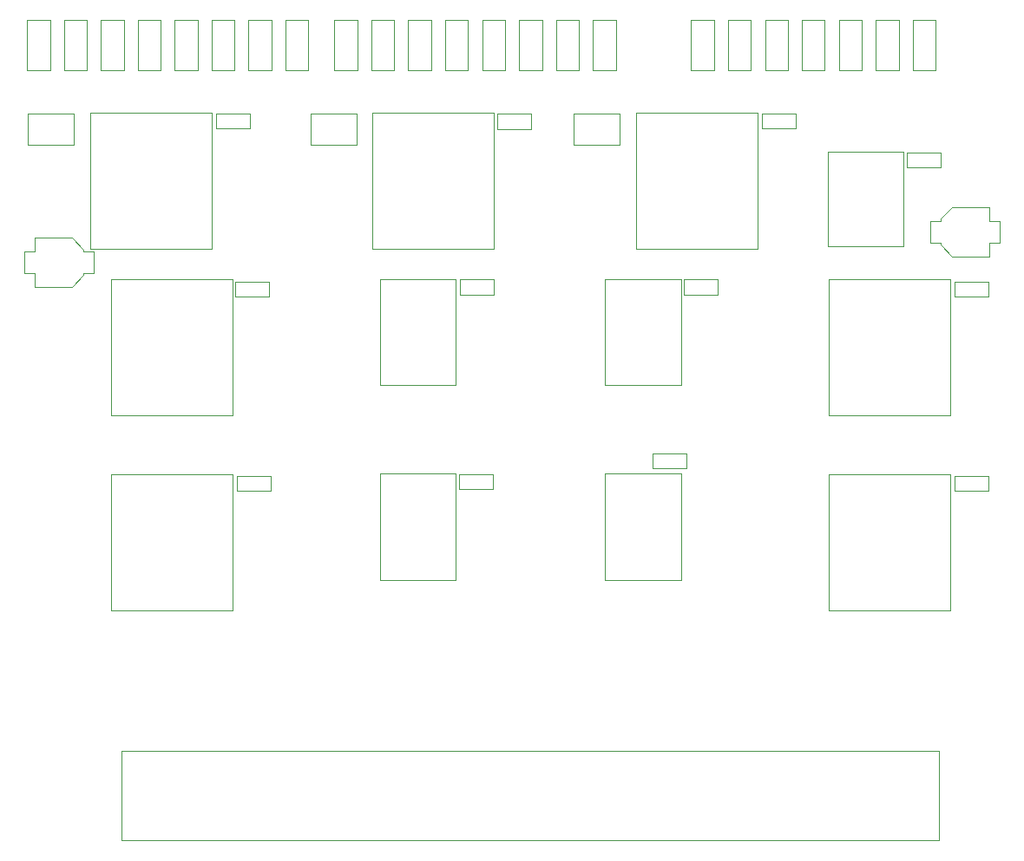
<source format=gbr>
G04 #@! TF.GenerationSoftware,KiCad,Pcbnew,(5.1.8)-1*
G04 #@! TF.CreationDate,2021-01-24T11:35:45-08:00*
G04 #@! TF.ProjectId,AddressRegisterModule,41646472-6573-4735-9265-676973746572,1.0*
G04 #@! TF.SameCoordinates,Original*
G04 #@! TF.FileFunction,Other,User*
%FSLAX46Y46*%
G04 Gerber Fmt 4.6, Leading zero omitted, Abs format (unit mm)*
G04 Created by KiCad (PCBNEW (5.1.8)-1) date 2021-01-24 11:35:45*
%MOMM*%
%LPD*%
G01*
G04 APERTURE LIST*
%ADD10C,0.050000*%
G04 APERTURE END LIST*
D10*
X137930000Y-85850000D02*
X126070000Y-85850000D01*
X137930000Y-99150000D02*
X137930000Y-85850000D01*
X126070000Y-99150000D02*
X137930000Y-99150000D01*
X126070000Y-85850000D02*
X126070000Y-99150000D01*
X196070000Y-66850000D02*
X196070000Y-80150000D01*
X196070000Y-80150000D02*
X207930000Y-80150000D01*
X207930000Y-80150000D02*
X207930000Y-66850000D01*
X207930000Y-66850000D02*
X196070000Y-66850000D01*
X159700000Y-66800000D02*
X152300000Y-66800000D01*
X159700000Y-77200000D02*
X159700000Y-66800000D01*
X152300000Y-77200000D02*
X159700000Y-77200000D01*
X152300000Y-66800000D02*
X152300000Y-77200000D01*
X128680000Y-46450000D02*
X128680000Y-41550000D01*
X130920000Y-46450000D02*
X128680000Y-46450000D01*
X130920000Y-41550000D02*
X130920000Y-46450000D01*
X128680000Y-41550000D02*
X130920000Y-41550000D01*
X178950000Y-83870000D02*
X182250000Y-83870000D01*
X178950000Y-85330000D02*
X178950000Y-83870000D01*
X182250000Y-85330000D02*
X178950000Y-85330000D01*
X182250000Y-83870000D02*
X182250000Y-85330000D01*
X185250000Y-66870000D02*
X185250000Y-68330000D01*
X185250000Y-68330000D02*
X181950000Y-68330000D01*
X181950000Y-68330000D02*
X181950000Y-66870000D01*
X181950000Y-66870000D02*
X185250000Y-66870000D01*
X160050000Y-85870000D02*
X163350000Y-85870000D01*
X160050000Y-87330000D02*
X160050000Y-85870000D01*
X163350000Y-87330000D02*
X160050000Y-87330000D01*
X163350000Y-85870000D02*
X163350000Y-87330000D01*
X163450000Y-66870000D02*
X163450000Y-68330000D01*
X163450000Y-68330000D02*
X160150000Y-68330000D01*
X160150000Y-68330000D02*
X160150000Y-66870000D01*
X160150000Y-66870000D02*
X163450000Y-66870000D01*
X208350000Y-67070000D02*
X211650000Y-67070000D01*
X208350000Y-68530000D02*
X208350000Y-67070000D01*
X211650000Y-68530000D02*
X208350000Y-68530000D01*
X211650000Y-67070000D02*
X211650000Y-68530000D01*
X208350000Y-86070000D02*
X211650000Y-86070000D01*
X208350000Y-87530000D02*
X208350000Y-86070000D01*
X211650000Y-87530000D02*
X208350000Y-87530000D01*
X211650000Y-86070000D02*
X211650000Y-87530000D01*
X141650000Y-86070000D02*
X141650000Y-87530000D01*
X141650000Y-87530000D02*
X138350000Y-87530000D01*
X138350000Y-87530000D02*
X138350000Y-86070000D01*
X138350000Y-86070000D02*
X141650000Y-86070000D01*
X138150000Y-67070000D02*
X141450000Y-67070000D01*
X138150000Y-68530000D02*
X138150000Y-67070000D01*
X141450000Y-68530000D02*
X138150000Y-68530000D01*
X141450000Y-67070000D02*
X141450000Y-68530000D01*
X167050000Y-50695000D02*
X167050000Y-52155000D01*
X167050000Y-52155000D02*
X163750000Y-52155000D01*
X163750000Y-52155000D02*
X163750000Y-50695000D01*
X163750000Y-50695000D02*
X167050000Y-50695000D01*
X139650000Y-50670000D02*
X139650000Y-52130000D01*
X139650000Y-52130000D02*
X136350000Y-52130000D01*
X136350000Y-52130000D02*
X136350000Y-50670000D01*
X136350000Y-50670000D02*
X139650000Y-50670000D01*
X192850000Y-50670000D02*
X192850000Y-52130000D01*
X192850000Y-52130000D02*
X189550000Y-52130000D01*
X189550000Y-52130000D02*
X189550000Y-50670000D01*
X189550000Y-50670000D02*
X192850000Y-50670000D01*
X203750000Y-54470000D02*
X207050000Y-54470000D01*
X203750000Y-55930000D02*
X203750000Y-54470000D01*
X207050000Y-55930000D02*
X203750000Y-55930000D01*
X207050000Y-54470000D02*
X207050000Y-55930000D01*
X173080000Y-41550000D02*
X175320000Y-41550000D01*
X175320000Y-41550000D02*
X175320000Y-46450000D01*
X175320000Y-46450000D02*
X173080000Y-46450000D01*
X173080000Y-46450000D02*
X173080000Y-41550000D01*
X169480000Y-46450000D02*
X169480000Y-41550000D01*
X171720000Y-46450000D02*
X169480000Y-46450000D01*
X171720000Y-41550000D02*
X171720000Y-46450000D01*
X169480000Y-41550000D02*
X171720000Y-41550000D01*
X165880000Y-41550000D02*
X168120000Y-41550000D01*
X168120000Y-41550000D02*
X168120000Y-46450000D01*
X168120000Y-46450000D02*
X165880000Y-46450000D01*
X165880000Y-46450000D02*
X165880000Y-41550000D01*
X162280000Y-46450000D02*
X162280000Y-41550000D01*
X164520000Y-46450000D02*
X162280000Y-46450000D01*
X164520000Y-41550000D02*
X164520000Y-46450000D01*
X162280000Y-41550000D02*
X164520000Y-41550000D01*
X158680000Y-41550000D02*
X160920000Y-41550000D01*
X160920000Y-41550000D02*
X160920000Y-46450000D01*
X160920000Y-46450000D02*
X158680000Y-46450000D01*
X158680000Y-46450000D02*
X158680000Y-41550000D01*
X155080000Y-46450000D02*
X155080000Y-41550000D01*
X157320000Y-46450000D02*
X155080000Y-46450000D01*
X157320000Y-41550000D02*
X157320000Y-46450000D01*
X155080000Y-41550000D02*
X157320000Y-41550000D01*
X151480000Y-41550000D02*
X153720000Y-41550000D01*
X153720000Y-41550000D02*
X153720000Y-46450000D01*
X153720000Y-46450000D02*
X151480000Y-46450000D01*
X151480000Y-46450000D02*
X151480000Y-41550000D01*
X147880000Y-46450000D02*
X147880000Y-41550000D01*
X150120000Y-46450000D02*
X147880000Y-46450000D01*
X150120000Y-41550000D02*
X150120000Y-46450000D01*
X147880000Y-41550000D02*
X150120000Y-41550000D01*
X143080000Y-41550000D02*
X145320000Y-41550000D01*
X145320000Y-41550000D02*
X145320000Y-46450000D01*
X145320000Y-46450000D02*
X143080000Y-46450000D01*
X143080000Y-46450000D02*
X143080000Y-41550000D01*
X139480000Y-46450000D02*
X139480000Y-41550000D01*
X141720000Y-46450000D02*
X139480000Y-46450000D01*
X141720000Y-41550000D02*
X141720000Y-46450000D01*
X139480000Y-41550000D02*
X141720000Y-41550000D01*
X135880000Y-41550000D02*
X138120000Y-41550000D01*
X138120000Y-41550000D02*
X138120000Y-46450000D01*
X138120000Y-46450000D02*
X135880000Y-46450000D01*
X135880000Y-46450000D02*
X135880000Y-41550000D01*
X132280000Y-41550000D02*
X134520000Y-41550000D01*
X134520000Y-41550000D02*
X134520000Y-46450000D01*
X134520000Y-46450000D02*
X132280000Y-46450000D01*
X132280000Y-46450000D02*
X132280000Y-41550000D01*
X125080000Y-46450000D02*
X125080000Y-41550000D01*
X127320000Y-46450000D02*
X125080000Y-46450000D01*
X127320000Y-41550000D02*
X127320000Y-46450000D01*
X125080000Y-41550000D02*
X127320000Y-41550000D01*
X121480000Y-41550000D02*
X123720000Y-41550000D01*
X123720000Y-41550000D02*
X123720000Y-46450000D01*
X123720000Y-46450000D02*
X121480000Y-46450000D01*
X121480000Y-46450000D02*
X121480000Y-41550000D01*
X117880000Y-46450000D02*
X117880000Y-41550000D01*
X120120000Y-46450000D02*
X117880000Y-46450000D01*
X120120000Y-41550000D02*
X120120000Y-46450000D01*
X117880000Y-41550000D02*
X120120000Y-41550000D01*
X204280000Y-41550000D02*
X206520000Y-41550000D01*
X206520000Y-41550000D02*
X206520000Y-46450000D01*
X206520000Y-46450000D02*
X204280000Y-46450000D01*
X204280000Y-46450000D02*
X204280000Y-41550000D01*
X200680000Y-46450000D02*
X200680000Y-41550000D01*
X202920000Y-46450000D02*
X200680000Y-46450000D01*
X202920000Y-41550000D02*
X202920000Y-46450000D01*
X200680000Y-41550000D02*
X202920000Y-41550000D01*
X197080000Y-41550000D02*
X199320000Y-41550000D01*
X199320000Y-41550000D02*
X199320000Y-46450000D01*
X199320000Y-46450000D02*
X197080000Y-46450000D01*
X197080000Y-46450000D02*
X197080000Y-41550000D01*
X193480000Y-46450000D02*
X193480000Y-41550000D01*
X195720000Y-46450000D02*
X193480000Y-46450000D01*
X195720000Y-41550000D02*
X195720000Y-46450000D01*
X193480000Y-41550000D02*
X195720000Y-41550000D01*
X189880000Y-41550000D02*
X192120000Y-41550000D01*
X192120000Y-41550000D02*
X192120000Y-46450000D01*
X192120000Y-46450000D02*
X189880000Y-46450000D01*
X189880000Y-46450000D02*
X189880000Y-41550000D01*
X186280000Y-46450000D02*
X186280000Y-41550000D01*
X188520000Y-46450000D02*
X186280000Y-46450000D01*
X188520000Y-41550000D02*
X188520000Y-46450000D01*
X186280000Y-41550000D02*
X188520000Y-41550000D01*
X182680000Y-46450000D02*
X182680000Y-41550000D01*
X184920000Y-46450000D02*
X182680000Y-46450000D01*
X184920000Y-41550000D02*
X184920000Y-46450000D01*
X182680000Y-41550000D02*
X184920000Y-41550000D01*
X206870000Y-121620000D02*
X127130000Y-121620000D01*
X206870000Y-121620000D02*
X206870000Y-112860000D01*
X127130000Y-112860000D02*
X127130000Y-121620000D01*
X127130000Y-112860000D02*
X206870000Y-112860000D01*
X145550000Y-53750000D02*
X145550000Y-50650000D01*
X145550000Y-53750000D02*
X150050000Y-53750000D01*
X150050000Y-50650000D02*
X145550000Y-50650000D01*
X150050000Y-50650000D02*
X150050000Y-53750000D01*
X122450000Y-50650000D02*
X122450000Y-53750000D01*
X122450000Y-50650000D02*
X117950000Y-50650000D01*
X117950000Y-53750000D02*
X122450000Y-53750000D01*
X117950000Y-53750000D02*
X117950000Y-50650000D01*
X171200000Y-53750000D02*
X171200000Y-50650000D01*
X171200000Y-53750000D02*
X175700000Y-53750000D01*
X175700000Y-50650000D02*
X171200000Y-50650000D01*
X175700000Y-50650000D02*
X175700000Y-53750000D01*
X174300000Y-85800000D02*
X174300000Y-96200000D01*
X174300000Y-96200000D02*
X181700000Y-96200000D01*
X181700000Y-96200000D02*
X181700000Y-85800000D01*
X181700000Y-85800000D02*
X174300000Y-85800000D01*
X174300000Y-66800000D02*
X174300000Y-77200000D01*
X174300000Y-77200000D02*
X181700000Y-77200000D01*
X181700000Y-77200000D02*
X181700000Y-66800000D01*
X181700000Y-66800000D02*
X174300000Y-66800000D01*
X159700000Y-85800000D02*
X152300000Y-85800000D01*
X159700000Y-96200000D02*
X159700000Y-85800000D01*
X152300000Y-96200000D02*
X159700000Y-96200000D01*
X152300000Y-85800000D02*
X152300000Y-96200000D01*
X207930000Y-85850000D02*
X196070000Y-85850000D01*
X207930000Y-99150000D02*
X207930000Y-85850000D01*
X196070000Y-99150000D02*
X207930000Y-99150000D01*
X196070000Y-85850000D02*
X196070000Y-99150000D01*
X126070000Y-66850000D02*
X126070000Y-80150000D01*
X126070000Y-80150000D02*
X137930000Y-80150000D01*
X137930000Y-80150000D02*
X137930000Y-66850000D01*
X137930000Y-66850000D02*
X126070000Y-66850000D01*
X151570000Y-50550000D02*
X151570000Y-63850000D01*
X151570000Y-63850000D02*
X163430000Y-63850000D01*
X163430000Y-63850000D02*
X163430000Y-50550000D01*
X163430000Y-50550000D02*
X151570000Y-50550000D01*
X135930000Y-50550000D02*
X124070000Y-50550000D01*
X135930000Y-63850000D02*
X135930000Y-50550000D01*
X124070000Y-63850000D02*
X135930000Y-63850000D01*
X124070000Y-50550000D02*
X124070000Y-63850000D01*
X189180000Y-50550000D02*
X177320000Y-50550000D01*
X189180000Y-63850000D02*
X189180000Y-50550000D01*
X177320000Y-63850000D02*
X189180000Y-63850000D01*
X177320000Y-50550000D02*
X177320000Y-63850000D01*
X203425000Y-54420000D02*
X196025000Y-54420000D01*
X203425000Y-63580000D02*
X203425000Y-54420000D01*
X196025000Y-63580000D02*
X203425000Y-63580000D01*
X196025000Y-54420000D02*
X196025000Y-63580000D01*
X206050000Y-63250000D02*
X207000000Y-63250000D01*
X206050000Y-61150000D02*
X206050000Y-63250000D01*
X207000000Y-61150000D02*
X206050000Y-61150000D01*
X207000000Y-63250000D02*
X207000000Y-63450000D01*
X207000000Y-60950000D02*
X207000000Y-61150000D01*
X207000000Y-60950000D02*
X208150000Y-59800000D01*
X207000000Y-63450000D02*
X208150000Y-64600000D01*
X208150000Y-59800000D02*
X211800000Y-59800000D01*
X208150000Y-64600000D02*
X211800000Y-64600000D01*
X211800000Y-63250000D02*
X211800000Y-64600000D01*
X212750000Y-63250000D02*
X211800000Y-63250000D01*
X212750000Y-61150000D02*
X212750000Y-63250000D01*
X211800000Y-61150000D02*
X212750000Y-61150000D01*
X211800000Y-59800000D02*
X211800000Y-61150000D01*
X118600000Y-67600000D02*
X118600000Y-66250000D01*
X118600000Y-66250000D02*
X117650000Y-66250000D01*
X117650000Y-66250000D02*
X117650000Y-64150000D01*
X117650000Y-64150000D02*
X118600000Y-64150000D01*
X118600000Y-64150000D02*
X118600000Y-62800000D01*
X122250000Y-62800000D02*
X118600000Y-62800000D01*
X122250000Y-67600000D02*
X118600000Y-67600000D01*
X123400000Y-63950000D02*
X122250000Y-62800000D01*
X123400000Y-66450000D02*
X122250000Y-67600000D01*
X123400000Y-66450000D02*
X123400000Y-66250000D01*
X123400000Y-64150000D02*
X123400000Y-63950000D01*
X123400000Y-66250000D02*
X124350000Y-66250000D01*
X124350000Y-66250000D02*
X124350000Y-64150000D01*
X124350000Y-64150000D02*
X123400000Y-64150000D01*
M02*

</source>
